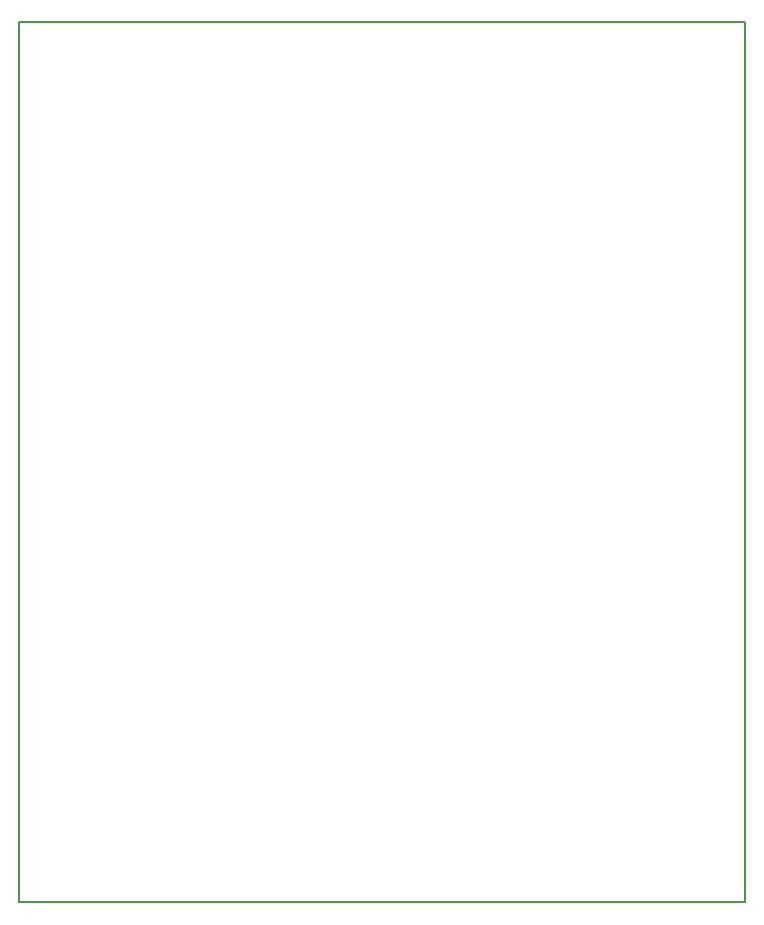
<source format=gbr>
%TF.GenerationSoftware,KiCad,Pcbnew,(6.0.2)*%
%TF.CreationDate,2022-04-21T21:48:27+03:00*%
%TF.ProjectId,temp_pt_combinare,74656d70-5f70-4745-9f63-6f6d62696e61,rev?*%
%TF.SameCoordinates,Original*%
%TF.FileFunction,Other,User*%
%FSLAX46Y46*%
G04 Gerber Fmt 4.6, Leading zero omitted, Abs format (unit mm)*
G04 Created by KiCad (PCBNEW (6.0.2)) date 2022-04-21 21:48:27*
%MOMM*%
%LPD*%
G01*
G04 APERTURE LIST*
%TA.AperFunction,Profile*%
%ADD10C,0.150000*%
%TD*%
%ADD11C,0.150000*%
G04 APERTURE END LIST*
D10*
X58500000Y-170840400D02*
X120000000Y-170840400D01*
X120000000Y-170840400D02*
X120000000Y-96367600D01*
X120000000Y-96367600D02*
X58500000Y-96367600D01*
X58500000Y-96367600D02*
X58500000Y-170840400D01*
D11*
X58500000Y-170840400D02*
X120000000Y-170840400D01*
X120000000Y-170840400D02*
X120000000Y-96367600D01*
X120000000Y-96367600D02*
X58500000Y-96367600D01*
X58500000Y-96367600D02*
X58500000Y-170840400D01*
M02*

</source>
